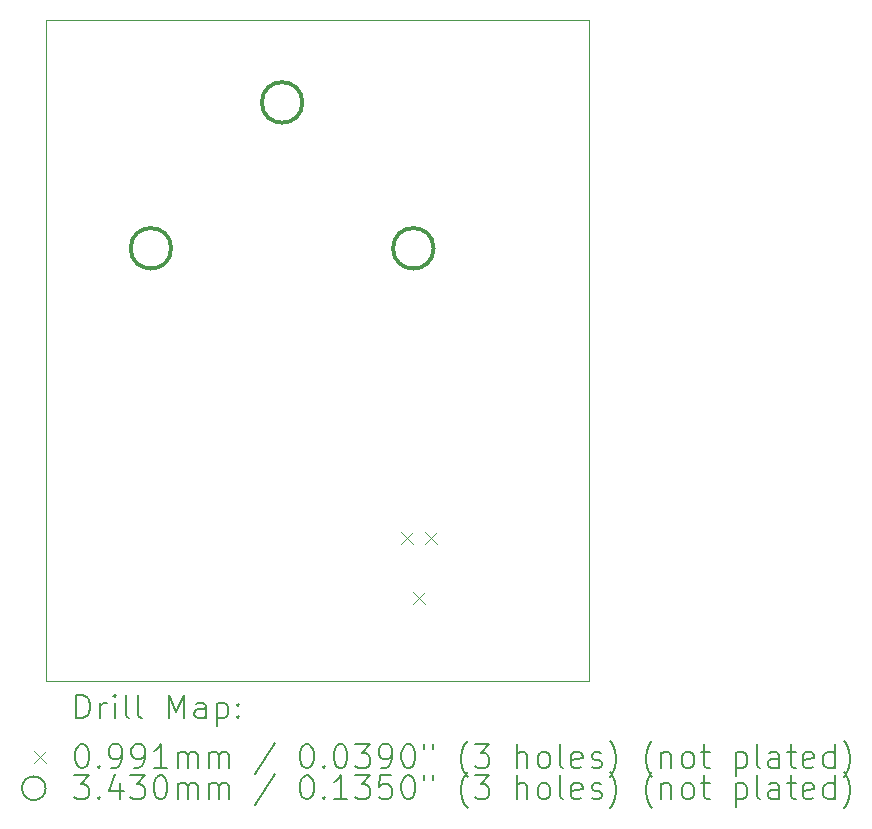
<source format=gbr>
%TF.GenerationSoftware,KiCad,Pcbnew,9.0.3*%
%TF.CreationDate,2025-08-22T23:16:25-04:00*%
%TF.ProjectId,LINBoard-HW,4c494e42-6f61-4726-942d-48572e6b6963,rev?*%
%TF.SameCoordinates,Original*%
%TF.FileFunction,Drillmap*%
%TF.FilePolarity,Positive*%
%FSLAX45Y45*%
G04 Gerber Fmt 4.5, Leading zero omitted, Abs format (unit mm)*
G04 Created by KiCad (PCBNEW 9.0.3) date 2025-08-22 23:16:25*
%MOMM*%
%LPD*%
G01*
G04 APERTURE LIST*
%ADD10C,0.050000*%
%ADD11C,0.200000*%
%ADD12C,0.100000*%
%ADD13C,0.343000*%
G04 APERTURE END LIST*
D10*
X-2000000Y700000D02*
X2600000Y700000D01*
X2600000Y-4900000D01*
X-2000000Y-4900000D01*
X-2000000Y700000D01*
D11*
D12*
X1005370Y-3636470D02*
X1104430Y-3735530D01*
X1104430Y-3636470D02*
X1005370Y-3735530D01*
X1106970Y-4144470D02*
X1206030Y-4243530D01*
X1206030Y-4144470D02*
X1106970Y-4243530D01*
X1208570Y-3636470D02*
X1307630Y-3735530D01*
X1307630Y-3636470D02*
X1208570Y-3735530D01*
D13*
X-939500Y-1235000D02*
G75*
G02*
X-1282500Y-1235000I-171500J0D01*
G01*
X-1282500Y-1235000D02*
G75*
G02*
X-939500Y-1235000I171500J0D01*
G01*
X171500Y0D02*
G75*
G02*
X-171500Y0I-171500J0D01*
G01*
X-171500Y0D02*
G75*
G02*
X171500Y0I171500J0D01*
G01*
X1282500Y-1235000D02*
G75*
G02*
X939500Y-1235000I-171500J0D01*
G01*
X939500Y-1235000D02*
G75*
G02*
X1282500Y-1235000I171500J0D01*
G01*
D11*
X-1741723Y-5213984D02*
X-1741723Y-5013984D01*
X-1741723Y-5013984D02*
X-1694104Y-5013984D01*
X-1694104Y-5013984D02*
X-1665533Y-5023508D01*
X-1665533Y-5023508D02*
X-1646485Y-5042555D01*
X-1646485Y-5042555D02*
X-1636961Y-5061603D01*
X-1636961Y-5061603D02*
X-1627437Y-5099698D01*
X-1627437Y-5099698D02*
X-1627437Y-5128270D01*
X-1627437Y-5128270D02*
X-1636961Y-5166365D01*
X-1636961Y-5166365D02*
X-1646485Y-5185412D01*
X-1646485Y-5185412D02*
X-1665533Y-5204460D01*
X-1665533Y-5204460D02*
X-1694104Y-5213984D01*
X-1694104Y-5213984D02*
X-1741723Y-5213984D01*
X-1541723Y-5213984D02*
X-1541723Y-5080650D01*
X-1541723Y-5118746D02*
X-1532199Y-5099698D01*
X-1532199Y-5099698D02*
X-1522675Y-5090174D01*
X-1522675Y-5090174D02*
X-1503628Y-5080650D01*
X-1503628Y-5080650D02*
X-1484580Y-5080650D01*
X-1417914Y-5213984D02*
X-1417914Y-5080650D01*
X-1417914Y-5013984D02*
X-1427437Y-5023508D01*
X-1427437Y-5023508D02*
X-1417914Y-5033031D01*
X-1417914Y-5033031D02*
X-1408390Y-5023508D01*
X-1408390Y-5023508D02*
X-1417914Y-5013984D01*
X-1417914Y-5013984D02*
X-1417914Y-5033031D01*
X-1294104Y-5213984D02*
X-1313152Y-5204460D01*
X-1313152Y-5204460D02*
X-1322676Y-5185412D01*
X-1322676Y-5185412D02*
X-1322676Y-5013984D01*
X-1189342Y-5213984D02*
X-1208390Y-5204460D01*
X-1208390Y-5204460D02*
X-1217914Y-5185412D01*
X-1217914Y-5185412D02*
X-1217914Y-5013984D01*
X-960771Y-5213984D02*
X-960771Y-5013984D01*
X-960771Y-5013984D02*
X-894104Y-5156841D01*
X-894104Y-5156841D02*
X-827437Y-5013984D01*
X-827437Y-5013984D02*
X-827437Y-5213984D01*
X-646485Y-5213984D02*
X-646485Y-5109222D01*
X-646485Y-5109222D02*
X-656009Y-5090174D01*
X-656009Y-5090174D02*
X-675056Y-5080650D01*
X-675056Y-5080650D02*
X-713152Y-5080650D01*
X-713152Y-5080650D02*
X-732199Y-5090174D01*
X-646485Y-5204460D02*
X-665533Y-5213984D01*
X-665533Y-5213984D02*
X-713152Y-5213984D01*
X-713152Y-5213984D02*
X-732199Y-5204460D01*
X-732199Y-5204460D02*
X-741723Y-5185412D01*
X-741723Y-5185412D02*
X-741723Y-5166365D01*
X-741723Y-5166365D02*
X-732199Y-5147317D01*
X-732199Y-5147317D02*
X-713152Y-5137793D01*
X-713152Y-5137793D02*
X-665533Y-5137793D01*
X-665533Y-5137793D02*
X-646485Y-5128270D01*
X-551247Y-5080650D02*
X-551247Y-5280650D01*
X-551247Y-5090174D02*
X-532199Y-5080650D01*
X-532199Y-5080650D02*
X-494104Y-5080650D01*
X-494104Y-5080650D02*
X-475056Y-5090174D01*
X-475056Y-5090174D02*
X-465533Y-5099698D01*
X-465533Y-5099698D02*
X-456009Y-5118746D01*
X-456009Y-5118746D02*
X-456009Y-5175889D01*
X-456009Y-5175889D02*
X-465533Y-5194936D01*
X-465533Y-5194936D02*
X-475056Y-5204460D01*
X-475056Y-5204460D02*
X-494104Y-5213984D01*
X-494104Y-5213984D02*
X-532199Y-5213984D01*
X-532199Y-5213984D02*
X-551247Y-5204460D01*
X-370294Y-5194936D02*
X-360771Y-5204460D01*
X-360771Y-5204460D02*
X-370294Y-5213984D01*
X-370294Y-5213984D02*
X-379818Y-5204460D01*
X-379818Y-5204460D02*
X-370294Y-5194936D01*
X-370294Y-5194936D02*
X-370294Y-5213984D01*
X-370294Y-5090174D02*
X-360771Y-5099698D01*
X-360771Y-5099698D02*
X-370294Y-5109222D01*
X-370294Y-5109222D02*
X-379818Y-5099698D01*
X-379818Y-5099698D02*
X-370294Y-5090174D01*
X-370294Y-5090174D02*
X-370294Y-5109222D01*
D12*
X-2101560Y-5492970D02*
X-2002500Y-5592030D01*
X-2002500Y-5492970D02*
X-2101560Y-5592030D01*
D11*
X-1703628Y-5433984D02*
X-1684580Y-5433984D01*
X-1684580Y-5433984D02*
X-1665533Y-5443508D01*
X-1665533Y-5443508D02*
X-1656009Y-5453031D01*
X-1656009Y-5453031D02*
X-1646485Y-5472079D01*
X-1646485Y-5472079D02*
X-1636961Y-5510174D01*
X-1636961Y-5510174D02*
X-1636961Y-5557793D01*
X-1636961Y-5557793D02*
X-1646485Y-5595888D01*
X-1646485Y-5595888D02*
X-1656009Y-5614936D01*
X-1656009Y-5614936D02*
X-1665533Y-5624460D01*
X-1665533Y-5624460D02*
X-1684580Y-5633984D01*
X-1684580Y-5633984D02*
X-1703628Y-5633984D01*
X-1703628Y-5633984D02*
X-1722675Y-5624460D01*
X-1722675Y-5624460D02*
X-1732199Y-5614936D01*
X-1732199Y-5614936D02*
X-1741723Y-5595888D01*
X-1741723Y-5595888D02*
X-1751247Y-5557793D01*
X-1751247Y-5557793D02*
X-1751247Y-5510174D01*
X-1751247Y-5510174D02*
X-1741723Y-5472079D01*
X-1741723Y-5472079D02*
X-1732199Y-5453031D01*
X-1732199Y-5453031D02*
X-1722675Y-5443508D01*
X-1722675Y-5443508D02*
X-1703628Y-5433984D01*
X-1551247Y-5614936D02*
X-1541723Y-5624460D01*
X-1541723Y-5624460D02*
X-1551247Y-5633984D01*
X-1551247Y-5633984D02*
X-1560771Y-5624460D01*
X-1560771Y-5624460D02*
X-1551247Y-5614936D01*
X-1551247Y-5614936D02*
X-1551247Y-5633984D01*
X-1446485Y-5633984D02*
X-1408390Y-5633984D01*
X-1408390Y-5633984D02*
X-1389342Y-5624460D01*
X-1389342Y-5624460D02*
X-1379818Y-5614936D01*
X-1379818Y-5614936D02*
X-1360771Y-5586365D01*
X-1360771Y-5586365D02*
X-1351247Y-5548270D01*
X-1351247Y-5548270D02*
X-1351247Y-5472079D01*
X-1351247Y-5472079D02*
X-1360771Y-5453031D01*
X-1360771Y-5453031D02*
X-1370295Y-5443508D01*
X-1370295Y-5443508D02*
X-1389342Y-5433984D01*
X-1389342Y-5433984D02*
X-1427437Y-5433984D01*
X-1427437Y-5433984D02*
X-1446485Y-5443508D01*
X-1446485Y-5443508D02*
X-1456009Y-5453031D01*
X-1456009Y-5453031D02*
X-1465533Y-5472079D01*
X-1465533Y-5472079D02*
X-1465533Y-5519698D01*
X-1465533Y-5519698D02*
X-1456009Y-5538746D01*
X-1456009Y-5538746D02*
X-1446485Y-5548270D01*
X-1446485Y-5548270D02*
X-1427437Y-5557793D01*
X-1427437Y-5557793D02*
X-1389342Y-5557793D01*
X-1389342Y-5557793D02*
X-1370295Y-5548270D01*
X-1370295Y-5548270D02*
X-1360771Y-5538746D01*
X-1360771Y-5538746D02*
X-1351247Y-5519698D01*
X-1256009Y-5633984D02*
X-1217914Y-5633984D01*
X-1217914Y-5633984D02*
X-1198866Y-5624460D01*
X-1198866Y-5624460D02*
X-1189342Y-5614936D01*
X-1189342Y-5614936D02*
X-1170295Y-5586365D01*
X-1170295Y-5586365D02*
X-1160771Y-5548270D01*
X-1160771Y-5548270D02*
X-1160771Y-5472079D01*
X-1160771Y-5472079D02*
X-1170295Y-5453031D01*
X-1170295Y-5453031D02*
X-1179818Y-5443508D01*
X-1179818Y-5443508D02*
X-1198866Y-5433984D01*
X-1198866Y-5433984D02*
X-1236961Y-5433984D01*
X-1236961Y-5433984D02*
X-1256009Y-5443508D01*
X-1256009Y-5443508D02*
X-1265533Y-5453031D01*
X-1265533Y-5453031D02*
X-1275056Y-5472079D01*
X-1275056Y-5472079D02*
X-1275056Y-5519698D01*
X-1275056Y-5519698D02*
X-1265533Y-5538746D01*
X-1265533Y-5538746D02*
X-1256009Y-5548270D01*
X-1256009Y-5548270D02*
X-1236961Y-5557793D01*
X-1236961Y-5557793D02*
X-1198866Y-5557793D01*
X-1198866Y-5557793D02*
X-1179818Y-5548270D01*
X-1179818Y-5548270D02*
X-1170295Y-5538746D01*
X-1170295Y-5538746D02*
X-1160771Y-5519698D01*
X-970294Y-5633984D02*
X-1084580Y-5633984D01*
X-1027437Y-5633984D02*
X-1027437Y-5433984D01*
X-1027437Y-5433984D02*
X-1046485Y-5462555D01*
X-1046485Y-5462555D02*
X-1065533Y-5481603D01*
X-1065533Y-5481603D02*
X-1084580Y-5491127D01*
X-884580Y-5633984D02*
X-884580Y-5500650D01*
X-884580Y-5519698D02*
X-875056Y-5510174D01*
X-875056Y-5510174D02*
X-856009Y-5500650D01*
X-856009Y-5500650D02*
X-827437Y-5500650D01*
X-827437Y-5500650D02*
X-808390Y-5510174D01*
X-808390Y-5510174D02*
X-798866Y-5529222D01*
X-798866Y-5529222D02*
X-798866Y-5633984D01*
X-798866Y-5529222D02*
X-789342Y-5510174D01*
X-789342Y-5510174D02*
X-770294Y-5500650D01*
X-770294Y-5500650D02*
X-741723Y-5500650D01*
X-741723Y-5500650D02*
X-722675Y-5510174D01*
X-722675Y-5510174D02*
X-713152Y-5529222D01*
X-713152Y-5529222D02*
X-713152Y-5633984D01*
X-617914Y-5633984D02*
X-617914Y-5500650D01*
X-617914Y-5519698D02*
X-608390Y-5510174D01*
X-608390Y-5510174D02*
X-589342Y-5500650D01*
X-589342Y-5500650D02*
X-560771Y-5500650D01*
X-560771Y-5500650D02*
X-541723Y-5510174D01*
X-541723Y-5510174D02*
X-532199Y-5529222D01*
X-532199Y-5529222D02*
X-532199Y-5633984D01*
X-532199Y-5529222D02*
X-522675Y-5510174D01*
X-522675Y-5510174D02*
X-503628Y-5500650D01*
X-503628Y-5500650D02*
X-475056Y-5500650D01*
X-475056Y-5500650D02*
X-456009Y-5510174D01*
X-456009Y-5510174D02*
X-446485Y-5529222D01*
X-446485Y-5529222D02*
X-446485Y-5633984D01*
X-56009Y-5424460D02*
X-227437Y-5681603D01*
X201134Y-5433984D02*
X220182Y-5433984D01*
X220182Y-5433984D02*
X239229Y-5443508D01*
X239229Y-5443508D02*
X248753Y-5453031D01*
X248753Y-5453031D02*
X258277Y-5472079D01*
X258277Y-5472079D02*
X267801Y-5510174D01*
X267801Y-5510174D02*
X267801Y-5557793D01*
X267801Y-5557793D02*
X258277Y-5595888D01*
X258277Y-5595888D02*
X248753Y-5614936D01*
X248753Y-5614936D02*
X239229Y-5624460D01*
X239229Y-5624460D02*
X220182Y-5633984D01*
X220182Y-5633984D02*
X201134Y-5633984D01*
X201134Y-5633984D02*
X182086Y-5624460D01*
X182086Y-5624460D02*
X172563Y-5614936D01*
X172563Y-5614936D02*
X163039Y-5595888D01*
X163039Y-5595888D02*
X153515Y-5557793D01*
X153515Y-5557793D02*
X153515Y-5510174D01*
X153515Y-5510174D02*
X163039Y-5472079D01*
X163039Y-5472079D02*
X172563Y-5453031D01*
X172563Y-5453031D02*
X182086Y-5443508D01*
X182086Y-5443508D02*
X201134Y-5433984D01*
X353515Y-5614936D02*
X363039Y-5624460D01*
X363039Y-5624460D02*
X353515Y-5633984D01*
X353515Y-5633984D02*
X343991Y-5624460D01*
X343991Y-5624460D02*
X353515Y-5614936D01*
X353515Y-5614936D02*
X353515Y-5633984D01*
X486848Y-5433984D02*
X505896Y-5433984D01*
X505896Y-5433984D02*
X524944Y-5443508D01*
X524944Y-5443508D02*
X534468Y-5453031D01*
X534468Y-5453031D02*
X543991Y-5472079D01*
X543991Y-5472079D02*
X553515Y-5510174D01*
X553515Y-5510174D02*
X553515Y-5557793D01*
X553515Y-5557793D02*
X543991Y-5595888D01*
X543991Y-5595888D02*
X534468Y-5614936D01*
X534468Y-5614936D02*
X524944Y-5624460D01*
X524944Y-5624460D02*
X505896Y-5633984D01*
X505896Y-5633984D02*
X486848Y-5633984D01*
X486848Y-5633984D02*
X467801Y-5624460D01*
X467801Y-5624460D02*
X458277Y-5614936D01*
X458277Y-5614936D02*
X448753Y-5595888D01*
X448753Y-5595888D02*
X439229Y-5557793D01*
X439229Y-5557793D02*
X439229Y-5510174D01*
X439229Y-5510174D02*
X448753Y-5472079D01*
X448753Y-5472079D02*
X458277Y-5453031D01*
X458277Y-5453031D02*
X467801Y-5443508D01*
X467801Y-5443508D02*
X486848Y-5433984D01*
X620182Y-5433984D02*
X743991Y-5433984D01*
X743991Y-5433984D02*
X677325Y-5510174D01*
X677325Y-5510174D02*
X705896Y-5510174D01*
X705896Y-5510174D02*
X724944Y-5519698D01*
X724944Y-5519698D02*
X734467Y-5529222D01*
X734467Y-5529222D02*
X743991Y-5548270D01*
X743991Y-5548270D02*
X743991Y-5595888D01*
X743991Y-5595888D02*
X734467Y-5614936D01*
X734467Y-5614936D02*
X724944Y-5624460D01*
X724944Y-5624460D02*
X705896Y-5633984D01*
X705896Y-5633984D02*
X648753Y-5633984D01*
X648753Y-5633984D02*
X629706Y-5624460D01*
X629706Y-5624460D02*
X620182Y-5614936D01*
X839229Y-5633984D02*
X877325Y-5633984D01*
X877325Y-5633984D02*
X896372Y-5624460D01*
X896372Y-5624460D02*
X905896Y-5614936D01*
X905896Y-5614936D02*
X924944Y-5586365D01*
X924944Y-5586365D02*
X934467Y-5548270D01*
X934467Y-5548270D02*
X934467Y-5472079D01*
X934467Y-5472079D02*
X924944Y-5453031D01*
X924944Y-5453031D02*
X915420Y-5443508D01*
X915420Y-5443508D02*
X896372Y-5433984D01*
X896372Y-5433984D02*
X858277Y-5433984D01*
X858277Y-5433984D02*
X839229Y-5443508D01*
X839229Y-5443508D02*
X829706Y-5453031D01*
X829706Y-5453031D02*
X820182Y-5472079D01*
X820182Y-5472079D02*
X820182Y-5519698D01*
X820182Y-5519698D02*
X829706Y-5538746D01*
X829706Y-5538746D02*
X839229Y-5548270D01*
X839229Y-5548270D02*
X858277Y-5557793D01*
X858277Y-5557793D02*
X896372Y-5557793D01*
X896372Y-5557793D02*
X915420Y-5548270D01*
X915420Y-5548270D02*
X924944Y-5538746D01*
X924944Y-5538746D02*
X934467Y-5519698D01*
X1058277Y-5433984D02*
X1077325Y-5433984D01*
X1077325Y-5433984D02*
X1096372Y-5443508D01*
X1096372Y-5443508D02*
X1105896Y-5453031D01*
X1105896Y-5453031D02*
X1115420Y-5472079D01*
X1115420Y-5472079D02*
X1124944Y-5510174D01*
X1124944Y-5510174D02*
X1124944Y-5557793D01*
X1124944Y-5557793D02*
X1115420Y-5595888D01*
X1115420Y-5595888D02*
X1105896Y-5614936D01*
X1105896Y-5614936D02*
X1096372Y-5624460D01*
X1096372Y-5624460D02*
X1077325Y-5633984D01*
X1077325Y-5633984D02*
X1058277Y-5633984D01*
X1058277Y-5633984D02*
X1039229Y-5624460D01*
X1039229Y-5624460D02*
X1029706Y-5614936D01*
X1029706Y-5614936D02*
X1020182Y-5595888D01*
X1020182Y-5595888D02*
X1010658Y-5557793D01*
X1010658Y-5557793D02*
X1010658Y-5510174D01*
X1010658Y-5510174D02*
X1020182Y-5472079D01*
X1020182Y-5472079D02*
X1029706Y-5453031D01*
X1029706Y-5453031D02*
X1039229Y-5443508D01*
X1039229Y-5443508D02*
X1058277Y-5433984D01*
X1201134Y-5433984D02*
X1201134Y-5472079D01*
X1277325Y-5433984D02*
X1277325Y-5472079D01*
X1572563Y-5710174D02*
X1563039Y-5700650D01*
X1563039Y-5700650D02*
X1543991Y-5672079D01*
X1543991Y-5672079D02*
X1534468Y-5653031D01*
X1534468Y-5653031D02*
X1524944Y-5624460D01*
X1524944Y-5624460D02*
X1515420Y-5576841D01*
X1515420Y-5576841D02*
X1515420Y-5538746D01*
X1515420Y-5538746D02*
X1524944Y-5491127D01*
X1524944Y-5491127D02*
X1534468Y-5462555D01*
X1534468Y-5462555D02*
X1543991Y-5443508D01*
X1543991Y-5443508D02*
X1563039Y-5414936D01*
X1563039Y-5414936D02*
X1572563Y-5405412D01*
X1629706Y-5433984D02*
X1753515Y-5433984D01*
X1753515Y-5433984D02*
X1686848Y-5510174D01*
X1686848Y-5510174D02*
X1715420Y-5510174D01*
X1715420Y-5510174D02*
X1734468Y-5519698D01*
X1734468Y-5519698D02*
X1743991Y-5529222D01*
X1743991Y-5529222D02*
X1753515Y-5548270D01*
X1753515Y-5548270D02*
X1753515Y-5595888D01*
X1753515Y-5595888D02*
X1743991Y-5614936D01*
X1743991Y-5614936D02*
X1734468Y-5624460D01*
X1734468Y-5624460D02*
X1715420Y-5633984D01*
X1715420Y-5633984D02*
X1658277Y-5633984D01*
X1658277Y-5633984D02*
X1639229Y-5624460D01*
X1639229Y-5624460D02*
X1629706Y-5614936D01*
X1991610Y-5633984D02*
X1991610Y-5433984D01*
X2077325Y-5633984D02*
X2077325Y-5529222D01*
X2077325Y-5529222D02*
X2067801Y-5510174D01*
X2067801Y-5510174D02*
X2048753Y-5500650D01*
X2048753Y-5500650D02*
X2020182Y-5500650D01*
X2020182Y-5500650D02*
X2001134Y-5510174D01*
X2001134Y-5510174D02*
X1991610Y-5519698D01*
X2201134Y-5633984D02*
X2182087Y-5624460D01*
X2182087Y-5624460D02*
X2172563Y-5614936D01*
X2172563Y-5614936D02*
X2163039Y-5595888D01*
X2163039Y-5595888D02*
X2163039Y-5538746D01*
X2163039Y-5538746D02*
X2172563Y-5519698D01*
X2172563Y-5519698D02*
X2182087Y-5510174D01*
X2182087Y-5510174D02*
X2201134Y-5500650D01*
X2201134Y-5500650D02*
X2229706Y-5500650D01*
X2229706Y-5500650D02*
X2248753Y-5510174D01*
X2248753Y-5510174D02*
X2258277Y-5519698D01*
X2258277Y-5519698D02*
X2267801Y-5538746D01*
X2267801Y-5538746D02*
X2267801Y-5595888D01*
X2267801Y-5595888D02*
X2258277Y-5614936D01*
X2258277Y-5614936D02*
X2248753Y-5624460D01*
X2248753Y-5624460D02*
X2229706Y-5633984D01*
X2229706Y-5633984D02*
X2201134Y-5633984D01*
X2382087Y-5633984D02*
X2363039Y-5624460D01*
X2363039Y-5624460D02*
X2353515Y-5605412D01*
X2353515Y-5605412D02*
X2353515Y-5433984D01*
X2534468Y-5624460D02*
X2515420Y-5633984D01*
X2515420Y-5633984D02*
X2477325Y-5633984D01*
X2477325Y-5633984D02*
X2458277Y-5624460D01*
X2458277Y-5624460D02*
X2448753Y-5605412D01*
X2448753Y-5605412D02*
X2448753Y-5529222D01*
X2448753Y-5529222D02*
X2458277Y-5510174D01*
X2458277Y-5510174D02*
X2477325Y-5500650D01*
X2477325Y-5500650D02*
X2515420Y-5500650D01*
X2515420Y-5500650D02*
X2534468Y-5510174D01*
X2534468Y-5510174D02*
X2543992Y-5529222D01*
X2543992Y-5529222D02*
X2543992Y-5548270D01*
X2543992Y-5548270D02*
X2448753Y-5567317D01*
X2620182Y-5624460D02*
X2639230Y-5633984D01*
X2639230Y-5633984D02*
X2677325Y-5633984D01*
X2677325Y-5633984D02*
X2696373Y-5624460D01*
X2696373Y-5624460D02*
X2705896Y-5605412D01*
X2705896Y-5605412D02*
X2705896Y-5595888D01*
X2705896Y-5595888D02*
X2696373Y-5576841D01*
X2696373Y-5576841D02*
X2677325Y-5567317D01*
X2677325Y-5567317D02*
X2648753Y-5567317D01*
X2648753Y-5567317D02*
X2629706Y-5557793D01*
X2629706Y-5557793D02*
X2620182Y-5538746D01*
X2620182Y-5538746D02*
X2620182Y-5529222D01*
X2620182Y-5529222D02*
X2629706Y-5510174D01*
X2629706Y-5510174D02*
X2648753Y-5500650D01*
X2648753Y-5500650D02*
X2677325Y-5500650D01*
X2677325Y-5500650D02*
X2696373Y-5510174D01*
X2772563Y-5710174D02*
X2782087Y-5700650D01*
X2782087Y-5700650D02*
X2801134Y-5672079D01*
X2801134Y-5672079D02*
X2810658Y-5653031D01*
X2810658Y-5653031D02*
X2820182Y-5624460D01*
X2820182Y-5624460D02*
X2829706Y-5576841D01*
X2829706Y-5576841D02*
X2829706Y-5538746D01*
X2829706Y-5538746D02*
X2820182Y-5491127D01*
X2820182Y-5491127D02*
X2810658Y-5462555D01*
X2810658Y-5462555D02*
X2801134Y-5443508D01*
X2801134Y-5443508D02*
X2782087Y-5414936D01*
X2782087Y-5414936D02*
X2772563Y-5405412D01*
X3134468Y-5710174D02*
X3124944Y-5700650D01*
X3124944Y-5700650D02*
X3105896Y-5672079D01*
X3105896Y-5672079D02*
X3096372Y-5653031D01*
X3096372Y-5653031D02*
X3086849Y-5624460D01*
X3086849Y-5624460D02*
X3077325Y-5576841D01*
X3077325Y-5576841D02*
X3077325Y-5538746D01*
X3077325Y-5538746D02*
X3086849Y-5491127D01*
X3086849Y-5491127D02*
X3096372Y-5462555D01*
X3096372Y-5462555D02*
X3105896Y-5443508D01*
X3105896Y-5443508D02*
X3124944Y-5414936D01*
X3124944Y-5414936D02*
X3134468Y-5405412D01*
X3210658Y-5500650D02*
X3210658Y-5633984D01*
X3210658Y-5519698D02*
X3220182Y-5510174D01*
X3220182Y-5510174D02*
X3239230Y-5500650D01*
X3239230Y-5500650D02*
X3267801Y-5500650D01*
X3267801Y-5500650D02*
X3286849Y-5510174D01*
X3286849Y-5510174D02*
X3296372Y-5529222D01*
X3296372Y-5529222D02*
X3296372Y-5633984D01*
X3420182Y-5633984D02*
X3401134Y-5624460D01*
X3401134Y-5624460D02*
X3391611Y-5614936D01*
X3391611Y-5614936D02*
X3382087Y-5595888D01*
X3382087Y-5595888D02*
X3382087Y-5538746D01*
X3382087Y-5538746D02*
X3391611Y-5519698D01*
X3391611Y-5519698D02*
X3401134Y-5510174D01*
X3401134Y-5510174D02*
X3420182Y-5500650D01*
X3420182Y-5500650D02*
X3448753Y-5500650D01*
X3448753Y-5500650D02*
X3467801Y-5510174D01*
X3467801Y-5510174D02*
X3477325Y-5519698D01*
X3477325Y-5519698D02*
X3486849Y-5538746D01*
X3486849Y-5538746D02*
X3486849Y-5595888D01*
X3486849Y-5595888D02*
X3477325Y-5614936D01*
X3477325Y-5614936D02*
X3467801Y-5624460D01*
X3467801Y-5624460D02*
X3448753Y-5633984D01*
X3448753Y-5633984D02*
X3420182Y-5633984D01*
X3543992Y-5500650D02*
X3620182Y-5500650D01*
X3572563Y-5433984D02*
X3572563Y-5605412D01*
X3572563Y-5605412D02*
X3582087Y-5624460D01*
X3582087Y-5624460D02*
X3601134Y-5633984D01*
X3601134Y-5633984D02*
X3620182Y-5633984D01*
X3839230Y-5500650D02*
X3839230Y-5700650D01*
X3839230Y-5510174D02*
X3858277Y-5500650D01*
X3858277Y-5500650D02*
X3896373Y-5500650D01*
X3896373Y-5500650D02*
X3915420Y-5510174D01*
X3915420Y-5510174D02*
X3924944Y-5519698D01*
X3924944Y-5519698D02*
X3934468Y-5538746D01*
X3934468Y-5538746D02*
X3934468Y-5595888D01*
X3934468Y-5595888D02*
X3924944Y-5614936D01*
X3924944Y-5614936D02*
X3915420Y-5624460D01*
X3915420Y-5624460D02*
X3896373Y-5633984D01*
X3896373Y-5633984D02*
X3858277Y-5633984D01*
X3858277Y-5633984D02*
X3839230Y-5624460D01*
X4048753Y-5633984D02*
X4029706Y-5624460D01*
X4029706Y-5624460D02*
X4020182Y-5605412D01*
X4020182Y-5605412D02*
X4020182Y-5433984D01*
X4210658Y-5633984D02*
X4210658Y-5529222D01*
X4210658Y-5529222D02*
X4201135Y-5510174D01*
X4201135Y-5510174D02*
X4182087Y-5500650D01*
X4182087Y-5500650D02*
X4143992Y-5500650D01*
X4143992Y-5500650D02*
X4124944Y-5510174D01*
X4210658Y-5624460D02*
X4191611Y-5633984D01*
X4191611Y-5633984D02*
X4143992Y-5633984D01*
X4143992Y-5633984D02*
X4124944Y-5624460D01*
X4124944Y-5624460D02*
X4115420Y-5605412D01*
X4115420Y-5605412D02*
X4115420Y-5586365D01*
X4115420Y-5586365D02*
X4124944Y-5567317D01*
X4124944Y-5567317D02*
X4143992Y-5557793D01*
X4143992Y-5557793D02*
X4191611Y-5557793D01*
X4191611Y-5557793D02*
X4210658Y-5548270D01*
X4277325Y-5500650D02*
X4353515Y-5500650D01*
X4305896Y-5433984D02*
X4305896Y-5605412D01*
X4305896Y-5605412D02*
X4315420Y-5624460D01*
X4315420Y-5624460D02*
X4334468Y-5633984D01*
X4334468Y-5633984D02*
X4353515Y-5633984D01*
X4496373Y-5624460D02*
X4477325Y-5633984D01*
X4477325Y-5633984D02*
X4439230Y-5633984D01*
X4439230Y-5633984D02*
X4420182Y-5624460D01*
X4420182Y-5624460D02*
X4410658Y-5605412D01*
X4410658Y-5605412D02*
X4410658Y-5529222D01*
X4410658Y-5529222D02*
X4420182Y-5510174D01*
X4420182Y-5510174D02*
X4439230Y-5500650D01*
X4439230Y-5500650D02*
X4477325Y-5500650D01*
X4477325Y-5500650D02*
X4496373Y-5510174D01*
X4496373Y-5510174D02*
X4505896Y-5529222D01*
X4505896Y-5529222D02*
X4505896Y-5548270D01*
X4505896Y-5548270D02*
X4410658Y-5567317D01*
X4677325Y-5633984D02*
X4677325Y-5433984D01*
X4677325Y-5624460D02*
X4658277Y-5633984D01*
X4658277Y-5633984D02*
X4620182Y-5633984D01*
X4620182Y-5633984D02*
X4601135Y-5624460D01*
X4601135Y-5624460D02*
X4591611Y-5614936D01*
X4591611Y-5614936D02*
X4582087Y-5595888D01*
X4582087Y-5595888D02*
X4582087Y-5538746D01*
X4582087Y-5538746D02*
X4591611Y-5519698D01*
X4591611Y-5519698D02*
X4601135Y-5510174D01*
X4601135Y-5510174D02*
X4620182Y-5500650D01*
X4620182Y-5500650D02*
X4658277Y-5500650D01*
X4658277Y-5500650D02*
X4677325Y-5510174D01*
X4753516Y-5710174D02*
X4763039Y-5700650D01*
X4763039Y-5700650D02*
X4782087Y-5672079D01*
X4782087Y-5672079D02*
X4791611Y-5653031D01*
X4791611Y-5653031D02*
X4801135Y-5624460D01*
X4801135Y-5624460D02*
X4810658Y-5576841D01*
X4810658Y-5576841D02*
X4810658Y-5538746D01*
X4810658Y-5538746D02*
X4801135Y-5491127D01*
X4801135Y-5491127D02*
X4791611Y-5462555D01*
X4791611Y-5462555D02*
X4782087Y-5443508D01*
X4782087Y-5443508D02*
X4763039Y-5414936D01*
X4763039Y-5414936D02*
X4753516Y-5405412D01*
X-2002500Y-5806500D02*
G75*
G02*
X-2202500Y-5806500I-100000J0D01*
G01*
X-2202500Y-5806500D02*
G75*
G02*
X-2002500Y-5806500I100000J0D01*
G01*
X-1760771Y-5697984D02*
X-1636961Y-5697984D01*
X-1636961Y-5697984D02*
X-1703628Y-5774174D01*
X-1703628Y-5774174D02*
X-1675056Y-5774174D01*
X-1675056Y-5774174D02*
X-1656009Y-5783698D01*
X-1656009Y-5783698D02*
X-1646485Y-5793222D01*
X-1646485Y-5793222D02*
X-1636961Y-5812269D01*
X-1636961Y-5812269D02*
X-1636961Y-5859888D01*
X-1636961Y-5859888D02*
X-1646485Y-5878936D01*
X-1646485Y-5878936D02*
X-1656009Y-5888460D01*
X-1656009Y-5888460D02*
X-1675056Y-5897984D01*
X-1675056Y-5897984D02*
X-1732199Y-5897984D01*
X-1732199Y-5897984D02*
X-1751247Y-5888460D01*
X-1751247Y-5888460D02*
X-1760771Y-5878936D01*
X-1551247Y-5878936D02*
X-1541723Y-5888460D01*
X-1541723Y-5888460D02*
X-1551247Y-5897984D01*
X-1551247Y-5897984D02*
X-1560771Y-5888460D01*
X-1560771Y-5888460D02*
X-1551247Y-5878936D01*
X-1551247Y-5878936D02*
X-1551247Y-5897984D01*
X-1370295Y-5764650D02*
X-1370295Y-5897984D01*
X-1417914Y-5688460D02*
X-1465533Y-5831317D01*
X-1465533Y-5831317D02*
X-1341723Y-5831317D01*
X-1284580Y-5697984D02*
X-1160771Y-5697984D01*
X-1160771Y-5697984D02*
X-1227437Y-5774174D01*
X-1227437Y-5774174D02*
X-1198866Y-5774174D01*
X-1198866Y-5774174D02*
X-1179818Y-5783698D01*
X-1179818Y-5783698D02*
X-1170295Y-5793222D01*
X-1170295Y-5793222D02*
X-1160771Y-5812269D01*
X-1160771Y-5812269D02*
X-1160771Y-5859888D01*
X-1160771Y-5859888D02*
X-1170295Y-5878936D01*
X-1170295Y-5878936D02*
X-1179818Y-5888460D01*
X-1179818Y-5888460D02*
X-1198866Y-5897984D01*
X-1198866Y-5897984D02*
X-1256009Y-5897984D01*
X-1256009Y-5897984D02*
X-1275056Y-5888460D01*
X-1275056Y-5888460D02*
X-1284580Y-5878936D01*
X-1036961Y-5697984D02*
X-1017913Y-5697984D01*
X-1017913Y-5697984D02*
X-998866Y-5707508D01*
X-998866Y-5707508D02*
X-989342Y-5717031D01*
X-989342Y-5717031D02*
X-979818Y-5736079D01*
X-979818Y-5736079D02*
X-970294Y-5774174D01*
X-970294Y-5774174D02*
X-970294Y-5821793D01*
X-970294Y-5821793D02*
X-979818Y-5859888D01*
X-979818Y-5859888D02*
X-989342Y-5878936D01*
X-989342Y-5878936D02*
X-998866Y-5888460D01*
X-998866Y-5888460D02*
X-1017913Y-5897984D01*
X-1017913Y-5897984D02*
X-1036961Y-5897984D01*
X-1036961Y-5897984D02*
X-1056009Y-5888460D01*
X-1056009Y-5888460D02*
X-1065533Y-5878936D01*
X-1065533Y-5878936D02*
X-1075056Y-5859888D01*
X-1075056Y-5859888D02*
X-1084580Y-5821793D01*
X-1084580Y-5821793D02*
X-1084580Y-5774174D01*
X-1084580Y-5774174D02*
X-1075056Y-5736079D01*
X-1075056Y-5736079D02*
X-1065533Y-5717031D01*
X-1065533Y-5717031D02*
X-1056009Y-5707508D01*
X-1056009Y-5707508D02*
X-1036961Y-5697984D01*
X-884580Y-5897984D02*
X-884580Y-5764650D01*
X-884580Y-5783698D02*
X-875056Y-5774174D01*
X-875056Y-5774174D02*
X-856009Y-5764650D01*
X-856009Y-5764650D02*
X-827437Y-5764650D01*
X-827437Y-5764650D02*
X-808390Y-5774174D01*
X-808390Y-5774174D02*
X-798866Y-5793222D01*
X-798866Y-5793222D02*
X-798866Y-5897984D01*
X-798866Y-5793222D02*
X-789342Y-5774174D01*
X-789342Y-5774174D02*
X-770294Y-5764650D01*
X-770294Y-5764650D02*
X-741723Y-5764650D01*
X-741723Y-5764650D02*
X-722675Y-5774174D01*
X-722675Y-5774174D02*
X-713152Y-5793222D01*
X-713152Y-5793222D02*
X-713152Y-5897984D01*
X-617914Y-5897984D02*
X-617914Y-5764650D01*
X-617914Y-5783698D02*
X-608390Y-5774174D01*
X-608390Y-5774174D02*
X-589342Y-5764650D01*
X-589342Y-5764650D02*
X-560771Y-5764650D01*
X-560771Y-5764650D02*
X-541723Y-5774174D01*
X-541723Y-5774174D02*
X-532199Y-5793222D01*
X-532199Y-5793222D02*
X-532199Y-5897984D01*
X-532199Y-5793222D02*
X-522675Y-5774174D01*
X-522675Y-5774174D02*
X-503628Y-5764650D01*
X-503628Y-5764650D02*
X-475056Y-5764650D01*
X-475056Y-5764650D02*
X-456009Y-5774174D01*
X-456009Y-5774174D02*
X-446485Y-5793222D01*
X-446485Y-5793222D02*
X-446485Y-5897984D01*
X-56009Y-5688460D02*
X-227437Y-5945603D01*
X201134Y-5697984D02*
X220182Y-5697984D01*
X220182Y-5697984D02*
X239229Y-5707508D01*
X239229Y-5707508D02*
X248753Y-5717031D01*
X248753Y-5717031D02*
X258277Y-5736079D01*
X258277Y-5736079D02*
X267801Y-5774174D01*
X267801Y-5774174D02*
X267801Y-5821793D01*
X267801Y-5821793D02*
X258277Y-5859888D01*
X258277Y-5859888D02*
X248753Y-5878936D01*
X248753Y-5878936D02*
X239229Y-5888460D01*
X239229Y-5888460D02*
X220182Y-5897984D01*
X220182Y-5897984D02*
X201134Y-5897984D01*
X201134Y-5897984D02*
X182086Y-5888460D01*
X182086Y-5888460D02*
X172563Y-5878936D01*
X172563Y-5878936D02*
X163039Y-5859888D01*
X163039Y-5859888D02*
X153515Y-5821793D01*
X153515Y-5821793D02*
X153515Y-5774174D01*
X153515Y-5774174D02*
X163039Y-5736079D01*
X163039Y-5736079D02*
X172563Y-5717031D01*
X172563Y-5717031D02*
X182086Y-5707508D01*
X182086Y-5707508D02*
X201134Y-5697984D01*
X353515Y-5878936D02*
X363039Y-5888460D01*
X363039Y-5888460D02*
X353515Y-5897984D01*
X353515Y-5897984D02*
X343991Y-5888460D01*
X343991Y-5888460D02*
X353515Y-5878936D01*
X353515Y-5878936D02*
X353515Y-5897984D01*
X553515Y-5897984D02*
X439229Y-5897984D01*
X496372Y-5897984D02*
X496372Y-5697984D01*
X496372Y-5697984D02*
X477325Y-5726555D01*
X477325Y-5726555D02*
X458277Y-5745603D01*
X458277Y-5745603D02*
X439229Y-5755127D01*
X620182Y-5697984D02*
X743991Y-5697984D01*
X743991Y-5697984D02*
X677325Y-5774174D01*
X677325Y-5774174D02*
X705896Y-5774174D01*
X705896Y-5774174D02*
X724944Y-5783698D01*
X724944Y-5783698D02*
X734467Y-5793222D01*
X734467Y-5793222D02*
X743991Y-5812269D01*
X743991Y-5812269D02*
X743991Y-5859888D01*
X743991Y-5859888D02*
X734467Y-5878936D01*
X734467Y-5878936D02*
X724944Y-5888460D01*
X724944Y-5888460D02*
X705896Y-5897984D01*
X705896Y-5897984D02*
X648753Y-5897984D01*
X648753Y-5897984D02*
X629706Y-5888460D01*
X629706Y-5888460D02*
X620182Y-5878936D01*
X924944Y-5697984D02*
X829706Y-5697984D01*
X829706Y-5697984D02*
X820182Y-5793222D01*
X820182Y-5793222D02*
X829706Y-5783698D01*
X829706Y-5783698D02*
X848753Y-5774174D01*
X848753Y-5774174D02*
X896372Y-5774174D01*
X896372Y-5774174D02*
X915420Y-5783698D01*
X915420Y-5783698D02*
X924944Y-5793222D01*
X924944Y-5793222D02*
X934467Y-5812269D01*
X934467Y-5812269D02*
X934467Y-5859888D01*
X934467Y-5859888D02*
X924944Y-5878936D01*
X924944Y-5878936D02*
X915420Y-5888460D01*
X915420Y-5888460D02*
X896372Y-5897984D01*
X896372Y-5897984D02*
X848753Y-5897984D01*
X848753Y-5897984D02*
X829706Y-5888460D01*
X829706Y-5888460D02*
X820182Y-5878936D01*
X1058277Y-5697984D02*
X1077325Y-5697984D01*
X1077325Y-5697984D02*
X1096372Y-5707508D01*
X1096372Y-5707508D02*
X1105896Y-5717031D01*
X1105896Y-5717031D02*
X1115420Y-5736079D01*
X1115420Y-5736079D02*
X1124944Y-5774174D01*
X1124944Y-5774174D02*
X1124944Y-5821793D01*
X1124944Y-5821793D02*
X1115420Y-5859888D01*
X1115420Y-5859888D02*
X1105896Y-5878936D01*
X1105896Y-5878936D02*
X1096372Y-5888460D01*
X1096372Y-5888460D02*
X1077325Y-5897984D01*
X1077325Y-5897984D02*
X1058277Y-5897984D01*
X1058277Y-5897984D02*
X1039229Y-5888460D01*
X1039229Y-5888460D02*
X1029706Y-5878936D01*
X1029706Y-5878936D02*
X1020182Y-5859888D01*
X1020182Y-5859888D02*
X1010658Y-5821793D01*
X1010658Y-5821793D02*
X1010658Y-5774174D01*
X1010658Y-5774174D02*
X1020182Y-5736079D01*
X1020182Y-5736079D02*
X1029706Y-5717031D01*
X1029706Y-5717031D02*
X1039229Y-5707508D01*
X1039229Y-5707508D02*
X1058277Y-5697984D01*
X1201134Y-5697984D02*
X1201134Y-5736079D01*
X1277325Y-5697984D02*
X1277325Y-5736079D01*
X1572563Y-5974174D02*
X1563039Y-5964650D01*
X1563039Y-5964650D02*
X1543991Y-5936079D01*
X1543991Y-5936079D02*
X1534468Y-5917031D01*
X1534468Y-5917031D02*
X1524944Y-5888460D01*
X1524944Y-5888460D02*
X1515420Y-5840841D01*
X1515420Y-5840841D02*
X1515420Y-5802746D01*
X1515420Y-5802746D02*
X1524944Y-5755127D01*
X1524944Y-5755127D02*
X1534468Y-5726555D01*
X1534468Y-5726555D02*
X1543991Y-5707508D01*
X1543991Y-5707508D02*
X1563039Y-5678936D01*
X1563039Y-5678936D02*
X1572563Y-5669412D01*
X1629706Y-5697984D02*
X1753515Y-5697984D01*
X1753515Y-5697984D02*
X1686848Y-5774174D01*
X1686848Y-5774174D02*
X1715420Y-5774174D01*
X1715420Y-5774174D02*
X1734468Y-5783698D01*
X1734468Y-5783698D02*
X1743991Y-5793222D01*
X1743991Y-5793222D02*
X1753515Y-5812269D01*
X1753515Y-5812269D02*
X1753515Y-5859888D01*
X1753515Y-5859888D02*
X1743991Y-5878936D01*
X1743991Y-5878936D02*
X1734468Y-5888460D01*
X1734468Y-5888460D02*
X1715420Y-5897984D01*
X1715420Y-5897984D02*
X1658277Y-5897984D01*
X1658277Y-5897984D02*
X1639229Y-5888460D01*
X1639229Y-5888460D02*
X1629706Y-5878936D01*
X1991610Y-5897984D02*
X1991610Y-5697984D01*
X2077325Y-5897984D02*
X2077325Y-5793222D01*
X2077325Y-5793222D02*
X2067801Y-5774174D01*
X2067801Y-5774174D02*
X2048753Y-5764650D01*
X2048753Y-5764650D02*
X2020182Y-5764650D01*
X2020182Y-5764650D02*
X2001134Y-5774174D01*
X2001134Y-5774174D02*
X1991610Y-5783698D01*
X2201134Y-5897984D02*
X2182087Y-5888460D01*
X2182087Y-5888460D02*
X2172563Y-5878936D01*
X2172563Y-5878936D02*
X2163039Y-5859888D01*
X2163039Y-5859888D02*
X2163039Y-5802746D01*
X2163039Y-5802746D02*
X2172563Y-5783698D01*
X2172563Y-5783698D02*
X2182087Y-5774174D01*
X2182087Y-5774174D02*
X2201134Y-5764650D01*
X2201134Y-5764650D02*
X2229706Y-5764650D01*
X2229706Y-5764650D02*
X2248753Y-5774174D01*
X2248753Y-5774174D02*
X2258277Y-5783698D01*
X2258277Y-5783698D02*
X2267801Y-5802746D01*
X2267801Y-5802746D02*
X2267801Y-5859888D01*
X2267801Y-5859888D02*
X2258277Y-5878936D01*
X2258277Y-5878936D02*
X2248753Y-5888460D01*
X2248753Y-5888460D02*
X2229706Y-5897984D01*
X2229706Y-5897984D02*
X2201134Y-5897984D01*
X2382087Y-5897984D02*
X2363039Y-5888460D01*
X2363039Y-5888460D02*
X2353515Y-5869412D01*
X2353515Y-5869412D02*
X2353515Y-5697984D01*
X2534468Y-5888460D02*
X2515420Y-5897984D01*
X2515420Y-5897984D02*
X2477325Y-5897984D01*
X2477325Y-5897984D02*
X2458277Y-5888460D01*
X2458277Y-5888460D02*
X2448753Y-5869412D01*
X2448753Y-5869412D02*
X2448753Y-5793222D01*
X2448753Y-5793222D02*
X2458277Y-5774174D01*
X2458277Y-5774174D02*
X2477325Y-5764650D01*
X2477325Y-5764650D02*
X2515420Y-5764650D01*
X2515420Y-5764650D02*
X2534468Y-5774174D01*
X2534468Y-5774174D02*
X2543992Y-5793222D01*
X2543992Y-5793222D02*
X2543992Y-5812269D01*
X2543992Y-5812269D02*
X2448753Y-5831317D01*
X2620182Y-5888460D02*
X2639230Y-5897984D01*
X2639230Y-5897984D02*
X2677325Y-5897984D01*
X2677325Y-5897984D02*
X2696373Y-5888460D01*
X2696373Y-5888460D02*
X2705896Y-5869412D01*
X2705896Y-5869412D02*
X2705896Y-5859888D01*
X2705896Y-5859888D02*
X2696373Y-5840841D01*
X2696373Y-5840841D02*
X2677325Y-5831317D01*
X2677325Y-5831317D02*
X2648753Y-5831317D01*
X2648753Y-5831317D02*
X2629706Y-5821793D01*
X2629706Y-5821793D02*
X2620182Y-5802746D01*
X2620182Y-5802746D02*
X2620182Y-5793222D01*
X2620182Y-5793222D02*
X2629706Y-5774174D01*
X2629706Y-5774174D02*
X2648753Y-5764650D01*
X2648753Y-5764650D02*
X2677325Y-5764650D01*
X2677325Y-5764650D02*
X2696373Y-5774174D01*
X2772563Y-5974174D02*
X2782087Y-5964650D01*
X2782087Y-5964650D02*
X2801134Y-5936079D01*
X2801134Y-5936079D02*
X2810658Y-5917031D01*
X2810658Y-5917031D02*
X2820182Y-5888460D01*
X2820182Y-5888460D02*
X2829706Y-5840841D01*
X2829706Y-5840841D02*
X2829706Y-5802746D01*
X2829706Y-5802746D02*
X2820182Y-5755127D01*
X2820182Y-5755127D02*
X2810658Y-5726555D01*
X2810658Y-5726555D02*
X2801134Y-5707508D01*
X2801134Y-5707508D02*
X2782087Y-5678936D01*
X2782087Y-5678936D02*
X2772563Y-5669412D01*
X3134468Y-5974174D02*
X3124944Y-5964650D01*
X3124944Y-5964650D02*
X3105896Y-5936079D01*
X3105896Y-5936079D02*
X3096372Y-5917031D01*
X3096372Y-5917031D02*
X3086849Y-5888460D01*
X3086849Y-5888460D02*
X3077325Y-5840841D01*
X3077325Y-5840841D02*
X3077325Y-5802746D01*
X3077325Y-5802746D02*
X3086849Y-5755127D01*
X3086849Y-5755127D02*
X3096372Y-5726555D01*
X3096372Y-5726555D02*
X3105896Y-5707508D01*
X3105896Y-5707508D02*
X3124944Y-5678936D01*
X3124944Y-5678936D02*
X3134468Y-5669412D01*
X3210658Y-5764650D02*
X3210658Y-5897984D01*
X3210658Y-5783698D02*
X3220182Y-5774174D01*
X3220182Y-5774174D02*
X3239230Y-5764650D01*
X3239230Y-5764650D02*
X3267801Y-5764650D01*
X3267801Y-5764650D02*
X3286849Y-5774174D01*
X3286849Y-5774174D02*
X3296372Y-5793222D01*
X3296372Y-5793222D02*
X3296372Y-5897984D01*
X3420182Y-5897984D02*
X3401134Y-5888460D01*
X3401134Y-5888460D02*
X3391611Y-5878936D01*
X3391611Y-5878936D02*
X3382087Y-5859888D01*
X3382087Y-5859888D02*
X3382087Y-5802746D01*
X3382087Y-5802746D02*
X3391611Y-5783698D01*
X3391611Y-5783698D02*
X3401134Y-5774174D01*
X3401134Y-5774174D02*
X3420182Y-5764650D01*
X3420182Y-5764650D02*
X3448753Y-5764650D01*
X3448753Y-5764650D02*
X3467801Y-5774174D01*
X3467801Y-5774174D02*
X3477325Y-5783698D01*
X3477325Y-5783698D02*
X3486849Y-5802746D01*
X3486849Y-5802746D02*
X3486849Y-5859888D01*
X3486849Y-5859888D02*
X3477325Y-5878936D01*
X3477325Y-5878936D02*
X3467801Y-5888460D01*
X3467801Y-5888460D02*
X3448753Y-5897984D01*
X3448753Y-5897984D02*
X3420182Y-5897984D01*
X3543992Y-5764650D02*
X3620182Y-5764650D01*
X3572563Y-5697984D02*
X3572563Y-5869412D01*
X3572563Y-5869412D02*
X3582087Y-5888460D01*
X3582087Y-5888460D02*
X3601134Y-5897984D01*
X3601134Y-5897984D02*
X3620182Y-5897984D01*
X3839230Y-5764650D02*
X3839230Y-5964650D01*
X3839230Y-5774174D02*
X3858277Y-5764650D01*
X3858277Y-5764650D02*
X3896373Y-5764650D01*
X3896373Y-5764650D02*
X3915420Y-5774174D01*
X3915420Y-5774174D02*
X3924944Y-5783698D01*
X3924944Y-5783698D02*
X3934468Y-5802746D01*
X3934468Y-5802746D02*
X3934468Y-5859888D01*
X3934468Y-5859888D02*
X3924944Y-5878936D01*
X3924944Y-5878936D02*
X3915420Y-5888460D01*
X3915420Y-5888460D02*
X3896373Y-5897984D01*
X3896373Y-5897984D02*
X3858277Y-5897984D01*
X3858277Y-5897984D02*
X3839230Y-5888460D01*
X4048753Y-5897984D02*
X4029706Y-5888460D01*
X4029706Y-5888460D02*
X4020182Y-5869412D01*
X4020182Y-5869412D02*
X4020182Y-5697984D01*
X4210658Y-5897984D02*
X4210658Y-5793222D01*
X4210658Y-5793222D02*
X4201135Y-5774174D01*
X4201135Y-5774174D02*
X4182087Y-5764650D01*
X4182087Y-5764650D02*
X4143992Y-5764650D01*
X4143992Y-5764650D02*
X4124944Y-5774174D01*
X4210658Y-5888460D02*
X4191611Y-5897984D01*
X4191611Y-5897984D02*
X4143992Y-5897984D01*
X4143992Y-5897984D02*
X4124944Y-5888460D01*
X4124944Y-5888460D02*
X4115420Y-5869412D01*
X4115420Y-5869412D02*
X4115420Y-5850365D01*
X4115420Y-5850365D02*
X4124944Y-5831317D01*
X4124944Y-5831317D02*
X4143992Y-5821793D01*
X4143992Y-5821793D02*
X4191611Y-5821793D01*
X4191611Y-5821793D02*
X4210658Y-5812269D01*
X4277325Y-5764650D02*
X4353515Y-5764650D01*
X4305896Y-5697984D02*
X4305896Y-5869412D01*
X4305896Y-5869412D02*
X4315420Y-5888460D01*
X4315420Y-5888460D02*
X4334468Y-5897984D01*
X4334468Y-5897984D02*
X4353515Y-5897984D01*
X4496373Y-5888460D02*
X4477325Y-5897984D01*
X4477325Y-5897984D02*
X4439230Y-5897984D01*
X4439230Y-5897984D02*
X4420182Y-5888460D01*
X4420182Y-5888460D02*
X4410658Y-5869412D01*
X4410658Y-5869412D02*
X4410658Y-5793222D01*
X4410658Y-5793222D02*
X4420182Y-5774174D01*
X4420182Y-5774174D02*
X4439230Y-5764650D01*
X4439230Y-5764650D02*
X4477325Y-5764650D01*
X4477325Y-5764650D02*
X4496373Y-5774174D01*
X4496373Y-5774174D02*
X4505896Y-5793222D01*
X4505896Y-5793222D02*
X4505896Y-5812269D01*
X4505896Y-5812269D02*
X4410658Y-5831317D01*
X4677325Y-5897984D02*
X4677325Y-5697984D01*
X4677325Y-5888460D02*
X4658277Y-5897984D01*
X4658277Y-5897984D02*
X4620182Y-5897984D01*
X4620182Y-5897984D02*
X4601135Y-5888460D01*
X4601135Y-5888460D02*
X4591611Y-5878936D01*
X4591611Y-5878936D02*
X4582087Y-5859888D01*
X4582087Y-5859888D02*
X4582087Y-5802746D01*
X4582087Y-5802746D02*
X4591611Y-5783698D01*
X4591611Y-5783698D02*
X4601135Y-5774174D01*
X4601135Y-5774174D02*
X4620182Y-5764650D01*
X4620182Y-5764650D02*
X4658277Y-5764650D01*
X4658277Y-5764650D02*
X4677325Y-5774174D01*
X4753516Y-5974174D02*
X4763039Y-5964650D01*
X4763039Y-5964650D02*
X4782087Y-5936079D01*
X4782087Y-5936079D02*
X4791611Y-5917031D01*
X4791611Y-5917031D02*
X4801135Y-5888460D01*
X4801135Y-5888460D02*
X4810658Y-5840841D01*
X4810658Y-5840841D02*
X4810658Y-5802746D01*
X4810658Y-5802746D02*
X4801135Y-5755127D01*
X4801135Y-5755127D02*
X4791611Y-5726555D01*
X4791611Y-5726555D02*
X4782087Y-5707508D01*
X4782087Y-5707508D02*
X4763039Y-5678936D01*
X4763039Y-5678936D02*
X4753516Y-5669412D01*
M02*

</source>
